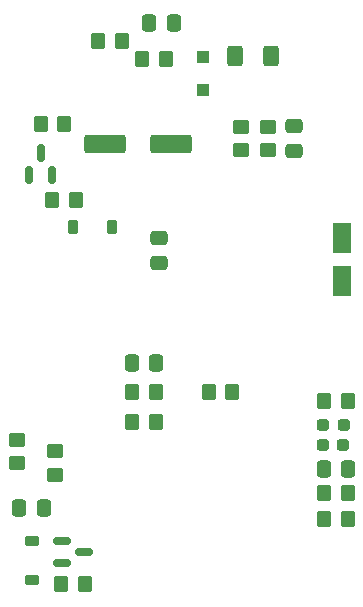
<source format=gbr>
%TF.GenerationSoftware,KiCad,Pcbnew,7.0.1*%
%TF.CreationDate,2023-11-18T18:07:09+02:00*%
%TF.ProjectId,Micr0,4d696372-302e-46b6-9963-61645f706362,rev?*%
%TF.SameCoordinates,Original*%
%TF.FileFunction,Paste,Top*%
%TF.FilePolarity,Positive*%
%FSLAX46Y46*%
G04 Gerber Fmt 4.6, Leading zero omitted, Abs format (unit mm)*
G04 Created by KiCad (PCBNEW 7.0.1) date 2023-11-18 18:07:09*
%MOMM*%
%LPD*%
G01*
G04 APERTURE LIST*
G04 Aperture macros list*
%AMRoundRect*
0 Rectangle with rounded corners*
0 $1 Rounding radius*
0 $2 $3 $4 $5 $6 $7 $8 $9 X,Y pos of 4 corners*
0 Add a 4 corners polygon primitive as box body*
4,1,4,$2,$3,$4,$5,$6,$7,$8,$9,$2,$3,0*
0 Add four circle primitives for the rounded corners*
1,1,$1+$1,$2,$3*
1,1,$1+$1,$4,$5*
1,1,$1+$1,$6,$7*
1,1,$1+$1,$8,$9*
0 Add four rect primitives between the rounded corners*
20,1,$1+$1,$2,$3,$4,$5,0*
20,1,$1+$1,$4,$5,$6,$7,0*
20,1,$1+$1,$6,$7,$8,$9,0*
20,1,$1+$1,$8,$9,$2,$3,0*%
G04 Aperture macros list end*
%ADD10RoundRect,0.250000X-0.450000X0.350000X-0.450000X-0.350000X0.450000X-0.350000X0.450000X0.350000X0*%
%ADD11RoundRect,0.237500X0.287500X0.237500X-0.287500X0.237500X-0.287500X-0.237500X0.287500X-0.237500X0*%
%ADD12RoundRect,0.250000X0.337500X0.475000X-0.337500X0.475000X-0.337500X-0.475000X0.337500X-0.475000X0*%
%ADD13RoundRect,0.250000X0.350000X0.450000X-0.350000X0.450000X-0.350000X-0.450000X0.350000X-0.450000X0*%
%ADD14RoundRect,0.250000X-0.337500X-0.475000X0.337500X-0.475000X0.337500X0.475000X-0.337500X0.475000X0*%
%ADD15RoundRect,0.250000X-0.350000X-0.450000X0.350000X-0.450000X0.350000X0.450000X-0.350000X0.450000X0*%
%ADD16RoundRect,0.250000X-0.300000X0.300000X-0.300000X-0.300000X0.300000X-0.300000X0.300000X0.300000X0*%
%ADD17RoundRect,0.250000X0.450000X-0.350000X0.450000X0.350000X-0.450000X0.350000X-0.450000X-0.350000X0*%
%ADD18RoundRect,0.150000X0.150000X-0.587500X0.150000X0.587500X-0.150000X0.587500X-0.150000X-0.587500X0*%
%ADD19RoundRect,0.250000X0.475000X-0.337500X0.475000X0.337500X-0.475000X0.337500X-0.475000X-0.337500X0*%
%ADD20RoundRect,0.250000X0.400000X0.625000X-0.400000X0.625000X-0.400000X-0.625000X0.400000X-0.625000X0*%
%ADD21RoundRect,0.225000X0.375000X-0.225000X0.375000X0.225000X-0.375000X0.225000X-0.375000X-0.225000X0*%
%ADD22RoundRect,0.225000X-0.225000X-0.375000X0.225000X-0.375000X0.225000X0.375000X-0.225000X0.375000X0*%
%ADD23RoundRect,0.250000X1.500000X0.550000X-1.500000X0.550000X-1.500000X-0.550000X1.500000X-0.550000X0*%
%ADD24RoundRect,0.237500X-0.287500X-0.237500X0.287500X-0.237500X0.287500X0.237500X-0.287500X0.237500X0*%
%ADD25RoundRect,0.250000X-0.475000X0.337500X-0.475000X-0.337500X0.475000X-0.337500X0.475000X0.337500X0*%
%ADD26RoundRect,0.250000X-0.550000X1.050000X-0.550000X-1.050000X0.550000X-1.050000X0.550000X1.050000X0*%
%ADD27RoundRect,0.150000X-0.587500X-0.150000X0.587500X-0.150000X0.587500X0.150000X-0.587500X0.150000X0*%
G04 APERTURE END LIST*
D10*
%TO.C,R8*%
X118250000Y-55500000D03*
X118250000Y-57500000D03*
%TD*%
D11*
%TO.C,LED2*%
X124625000Y-82500000D03*
X122875000Y-82500000D03*
%TD*%
D12*
%TO.C,C11*%
X110287500Y-46750000D03*
X108212500Y-46750000D03*
%TD*%
D13*
%TO.C,R18*%
X109600000Y-49750000D03*
X107600000Y-49750000D03*
%TD*%
D14*
%TO.C,C1*%
X122962500Y-84500000D03*
X125037500Y-84500000D03*
%TD*%
%TO.C,C4*%
X106727976Y-75500000D03*
X108802976Y-75500000D03*
%TD*%
D15*
%TO.C,R2*%
X123000000Y-86500000D03*
X125000000Y-86500000D03*
%TD*%
D16*
%TO.C,D5*%
X112750000Y-49600000D03*
X112750000Y-52400000D03*
%TD*%
D13*
%TO.C,R12*%
X115250000Y-78000000D03*
X113250000Y-78000000D03*
%TD*%
D14*
%TO.C,C2*%
X97212500Y-87750000D03*
X99287500Y-87750000D03*
%TD*%
D17*
%TO.C,R7*%
X100250000Y-85000000D03*
X100250000Y-83000000D03*
%TD*%
D15*
%TO.C,R1*%
X123000000Y-88750000D03*
X125000000Y-88750000D03*
%TD*%
%TO.C,R13*%
X106765476Y-80500000D03*
X108765476Y-80500000D03*
%TD*%
D13*
%TO.C,R3*%
X125000000Y-78750000D03*
X123000000Y-78750000D03*
%TD*%
D17*
%TO.C,R5*%
X97000000Y-84000000D03*
X97000000Y-82000000D03*
%TD*%
D18*
%TO.C,Q1*%
X98050000Y-59625000D03*
X99950000Y-59625000D03*
X99000000Y-57750000D03*
%TD*%
D19*
%TO.C,C5*%
X109000000Y-67037500D03*
X109000000Y-64962500D03*
%TD*%
D13*
%TO.C,R9*%
X102000000Y-61750000D03*
X100000000Y-61750000D03*
%TD*%
D20*
%TO.C,R17*%
X118550000Y-49500000D03*
X115450000Y-49500000D03*
%TD*%
D15*
%TO.C,R14*%
X100750000Y-94250000D03*
X102750000Y-94250000D03*
%TD*%
D21*
%TO.C,D4*%
X98250000Y-93900000D03*
X98250000Y-90600000D03*
%TD*%
D22*
%TO.C,D3*%
X101750000Y-64000000D03*
X105050000Y-64000000D03*
%TD*%
D23*
%TO.C,C9*%
X110050000Y-57000000D03*
X104450000Y-57000000D03*
%TD*%
D24*
%TO.C,LED1*%
X122925000Y-80800000D03*
X124675000Y-80800000D03*
%TD*%
D10*
%TO.C,R4*%
X116000000Y-55500000D03*
X116000000Y-57500000D03*
%TD*%
D13*
%TO.C,R19*%
X105900000Y-48250000D03*
X103900000Y-48250000D03*
%TD*%
%TO.C,R11*%
X108750000Y-78000000D03*
X106750000Y-78000000D03*
%TD*%
D25*
%TO.C,C3*%
X120500000Y-55462500D03*
X120500000Y-57537500D03*
%TD*%
D13*
%TO.C,R10*%
X101000000Y-55250000D03*
X99000000Y-55250000D03*
%TD*%
D26*
%TO.C,C6*%
X124500000Y-64950000D03*
X124500000Y-68550000D03*
%TD*%
D27*
%TO.C,Q2*%
X100812500Y-90550000D03*
X100812500Y-92450000D03*
X102687500Y-91500000D03*
%TD*%
M02*

</source>
